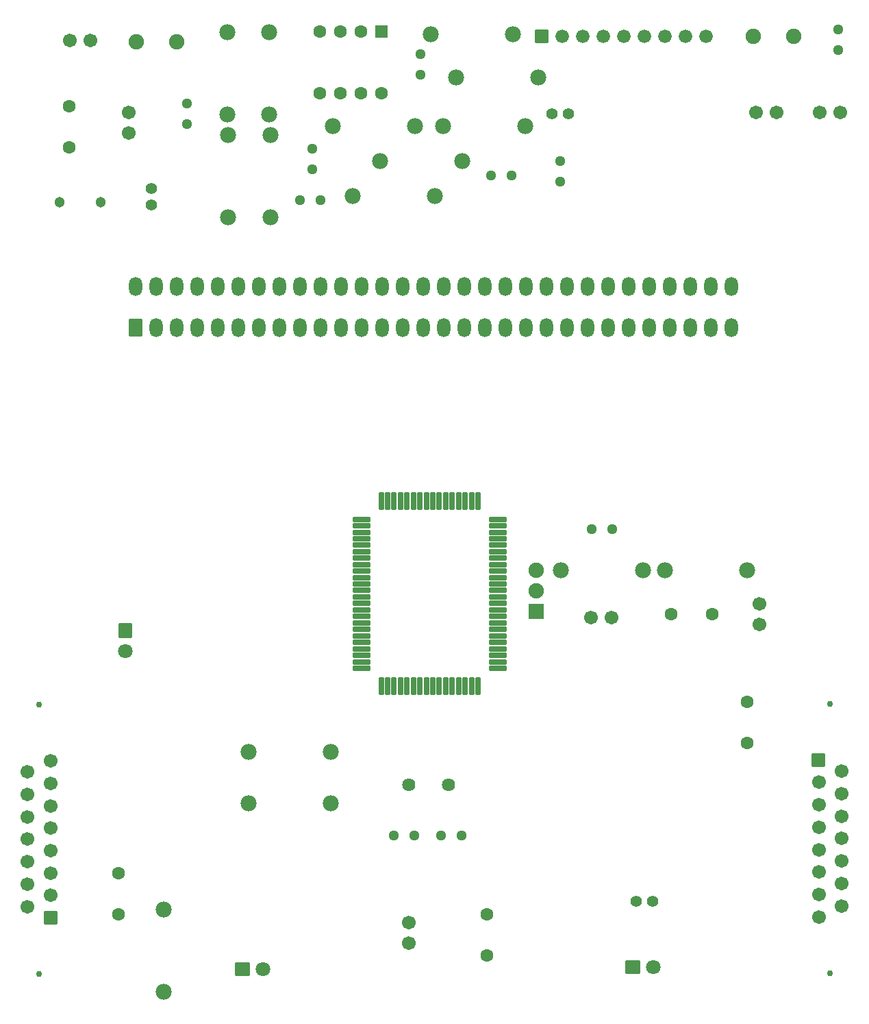
<source format=gbs>
G04 Layer: BottomSolderMaskLayer*
G04 EasyEDA v6.5.22, 2023-03-19 17:04:27*
G04 f7d942f30ce042ed8feb9a49e77c6dc6,a2f4cb7aa3704937908c5b59a0d1150c,10*
G04 Gerber Generator version 0.2*
G04 Scale: 100 percent, Rotated: No, Reflected: No *
G04 Dimensions in millimeters *
G04 leading zeros omitted , absolute positions ,4 integer and 5 decimal *
%FSLAX45Y45*%
%MOMM*%

%AMMACRO1*1,1,$1,$2,$3*1,1,$1,$4,$5*1,1,$1,0-$2,0-$3*1,1,$1,0-$4,0-$5*20,1,$1,$2,$3,$4,$5,0*20,1,$1,$4,$5,0-$2,0-$3,0*20,1,$1,0-$2,0-$3,0-$4,0-$5,0*20,1,$1,0-$4,0-$5,$2,$3,0*4,1,4,$2,$3,$4,$5,0-$2,0-$3,0-$4,0-$5,$2,$3,0*%
%ADD10MACRO1,0.1016X1.035X-0.2858X1.035X0.2858*%
%ADD11MACRO1,0.1016X0.2858X1.035X-0.2858X1.035*%
%ADD12C,1.2954*%
%ADD13C,1.6016*%
%ADD14C,1.7016*%
%ADD15MACRO1,0.1016X-0.85X0.7874X0.85X0.7874*%
%ADD16C,1.8016*%
%ADD17C,1.9812*%
%ADD18C,1.4016*%
%ADD19C,1.3016*%
%ADD20MACRO1,0.1016X-0.7874X0.7874X0.7874X0.7874*%
%ADD21C,1.6764*%
%ADD22C,1.9016*%
%ADD23MACRO1,0.1016X0.7874X0.85X0.7874X-0.85*%
%ADD24O,1.9015964X1.9015964*%
%ADD25MACRO1,0.1016X-0.9X0.9X0.9X0.9*%
%ADD26C,1.6256*%
%ADD27MACRO1,0.1016X0.75X0.75X0.75X-0.75*%
%ADD28MACRO1,0.1016X0.8001X0.8001X0.8001X-0.8001*%
%ADD29C,0.7516*%
%ADD30MACRO1,0.1016X-0.8001X-0.8001X-0.8001X0.8001*%
%ADD31O,1.62306X2.3622*%
%ADD32MACRO1,0.2032X-0.7099X1.016X0.7099X1.016*%
%ADD33C,0.0164*%

%LPD*%
D10*
G01*
X10380979Y9745979D03*
G01*
X10380979Y9667239D03*
G01*
X10380979Y9585960D03*
G01*
X10380979Y9507220D03*
G01*
X10380979Y9425939D03*
G01*
X10380979Y9347200D03*
G01*
X10380979Y9265920D03*
G01*
X10380979Y9187179D03*
G01*
X10380979Y9105900D03*
G01*
X10380979Y9027160D03*
G01*
X10380979Y8945879D03*
G01*
X10380979Y8867139D03*
G01*
X10380979Y8785860D03*
G01*
X10380979Y8707120D03*
G01*
X10380979Y8625839D03*
G01*
X10380979Y8547100D03*
G01*
X10380979Y8465820D03*
G01*
X10380979Y8387079D03*
G01*
X10380979Y8305800D03*
G01*
X10380979Y8227060D03*
G01*
X10380979Y8145779D03*
G01*
X10380979Y8067039D03*
G01*
X10380979Y7985760D03*
G01*
X10380979Y7907020D03*
D11*
G01*
X10137140Y7683500D03*
G01*
X10058400Y7683500D03*
G01*
X9977120Y7683500D03*
G01*
X9898379Y7683500D03*
G01*
X9817100Y7683500D03*
G01*
X9738359Y7683500D03*
G01*
X9657079Y7683500D03*
G01*
X9578340Y7683500D03*
G01*
X9497059Y7683500D03*
G01*
X9418320Y7683500D03*
G01*
X9337040Y7683500D03*
G01*
X9258300Y7683500D03*
G01*
X9177020Y7683500D03*
G01*
X9098279Y7683500D03*
G01*
X9017000Y7683500D03*
G01*
X8938259Y7683500D03*
D10*
G01*
X8694420Y7907020D03*
G01*
X8694420Y7985760D03*
G01*
X8694420Y8067039D03*
G01*
X8694420Y8145779D03*
G01*
X8694420Y8227060D03*
G01*
X8694420Y8305800D03*
G01*
X8694420Y8387079D03*
G01*
X8694420Y8465820D03*
G01*
X8694420Y8547100D03*
G01*
X8694420Y8625839D03*
G01*
X8694420Y8707120D03*
G01*
X8694420Y8785860D03*
G01*
X8694420Y8867139D03*
G01*
X8694420Y8945879D03*
G01*
X8694420Y9027160D03*
G01*
X8694420Y9105900D03*
G01*
X8694420Y9187179D03*
G01*
X8694420Y9265920D03*
G01*
X8694420Y9347200D03*
G01*
X8694420Y9425939D03*
G01*
X8694420Y9507220D03*
G01*
X8694420Y9585960D03*
G01*
X8694420Y9667239D03*
G01*
X8694420Y9745979D03*
D11*
G01*
X8938259Y9969500D03*
G01*
X9017000Y9969500D03*
G01*
X9098279Y9969500D03*
G01*
X9177020Y9969500D03*
G01*
X9258300Y9969500D03*
G01*
X9337040Y9969500D03*
G01*
X9418320Y9969500D03*
G01*
X9497059Y9969500D03*
G01*
X9578340Y9969500D03*
G01*
X9657079Y9969500D03*
G01*
X9738359Y9969500D03*
G01*
X9817100Y9969500D03*
G01*
X9898379Y9969500D03*
G01*
X9977120Y9969500D03*
G01*
X10058400Y9969500D03*
G01*
X10137140Y9969500D03*
D12*
G01*
X10553700Y13995400D03*
G01*
X10299700Y13995400D03*
G01*
X8089900Y14071600D03*
G01*
X8089900Y14325600D03*
G01*
X11150600Y13919200D03*
G01*
X11150600Y14173200D03*
G01*
X7937500Y13690600D03*
G01*
X8191500Y13690600D03*
D13*
G01*
X10248900Y4356100D03*
G01*
X10248900Y4864100D03*
D14*
G01*
X9283700Y4762500D03*
G01*
X9283700Y4508500D03*
D15*
G01*
X7226301Y4191000D03*
D16*
G01*
X7480300Y4191000D03*
D17*
G01*
X6248400Y4927600D03*
G01*
X6248400Y3911600D03*
D14*
G01*
X13614400Y8699500D03*
G01*
X13614400Y8445500D03*
G01*
X14617700Y14770100D03*
G01*
X14363700Y14770100D03*
G01*
X5816600Y14770100D03*
G01*
X5816600Y14516100D03*
G01*
X5346700Y15659100D03*
G01*
X5092700Y15659100D03*
G01*
X13830300Y14770100D03*
G01*
X13576300Y14770100D03*
G01*
X11531600Y8534400D03*
G01*
X11785600Y8534400D03*
D13*
G01*
X12522200Y8572500D03*
G01*
X13030200Y8572500D03*
G01*
X5689600Y5372100D03*
G01*
X5689600Y4864100D03*
G01*
X13462000Y7493000D03*
G01*
X13462000Y6985000D03*
G01*
X5080000Y14338300D03*
G01*
X5080000Y14846300D03*
D18*
G01*
X11050600Y14757400D03*
G01*
X11250599Y14757400D03*
G01*
X12291999Y5029200D03*
G01*
X12092000Y5029200D03*
G01*
X6096000Y13628700D03*
G01*
X6096000Y13828699D03*
D12*
G01*
X9677400Y5842000D03*
G01*
X9931400Y5842000D03*
G01*
X9093200Y5842000D03*
G01*
X9347200Y5842000D03*
G01*
X14592300Y15544800D03*
G01*
X14592300Y15798800D03*
G01*
X6540500Y14630400D03*
G01*
X6540500Y14884400D03*
G01*
X11544300Y9626600D03*
G01*
X11798300Y9626600D03*
G01*
X9423400Y15240000D03*
G01*
X9423400Y15494000D03*
D19*
G01*
X4965700Y13665200D03*
G01*
X5473700Y13665200D03*
D20*
G01*
X10922000Y15709900D03*
D21*
G01*
X11176000Y15709900D03*
G01*
X11430000Y15709900D03*
G01*
X11684000Y15709900D03*
G01*
X11938000Y15709900D03*
G01*
X12192000Y15709900D03*
G01*
X12446000Y15709900D03*
G01*
X12700000Y15709900D03*
G01*
X12954000Y15709900D03*
D22*
G01*
X5909513Y15646400D03*
G01*
X6409512Y15646400D03*
G01*
X13542213Y15709900D03*
G01*
X14042212Y15709900D03*
D23*
G01*
X5778500Y8369298D03*
D16*
G01*
X5778500Y8115300D03*
D15*
G01*
X12052301Y4216400D03*
D16*
G01*
X12306300Y4216400D03*
D24*
G01*
X10858500Y9118600D03*
G01*
X10858500Y8864600D03*
D25*
G01*
X10858500Y8610600D03*
D26*
G01*
X9281007Y6464300D03*
G01*
X9768992Y6464300D03*
D17*
G01*
X12446000Y9118600D03*
G01*
X13462000Y9118600D03*
G01*
X11163300Y9118600D03*
G01*
X12179300Y9118600D03*
G01*
X7302500Y6870700D03*
G01*
X8318500Y6870700D03*
G01*
X7302500Y6235700D03*
G01*
X8318500Y6235700D03*
G01*
X9601200Y13741400D03*
G01*
X8585200Y13741400D03*
G01*
X7556500Y15760700D03*
G01*
X7556500Y14744700D03*
G01*
X9359900Y14605000D03*
G01*
X8343900Y14605000D03*
G01*
X7035800Y15760700D03*
G01*
X7035800Y14744700D03*
G01*
X8928100Y14173200D03*
G01*
X9944100Y14173200D03*
G01*
X10566400Y15735300D03*
G01*
X9550400Y15735300D03*
G01*
X7569200Y13474700D03*
G01*
X7569200Y14490700D03*
G01*
X7048500Y13474700D03*
G01*
X7048500Y14490700D03*
G01*
X10718800Y14605000D03*
G01*
X9702800Y14605000D03*
G01*
X10883900Y15201900D03*
G01*
X9867900Y15201900D03*
D13*
G01*
X8178800Y15011400D03*
G01*
X8432800Y15011400D03*
G01*
X8686800Y15011400D03*
G01*
X8940800Y15011400D03*
G01*
X8178800Y15773400D03*
G01*
X8432800Y15773400D03*
G01*
X8686800Y15773400D03*
D27*
G01*
X8940800Y15773400D03*
D14*
G01*
X4851654Y6760718D03*
G01*
X4851654Y6483857D03*
G01*
X4851654Y6206744D03*
G01*
X4851654Y5929884D03*
G01*
X4851654Y5652770D03*
G01*
X4851654Y5375910D03*
G01*
X4851654Y5098795D03*
D28*
G01*
X4855184Y4823510D03*
D14*
G01*
X4567427Y6623812D03*
G01*
X4567427Y6346952D03*
G01*
X4567427Y6069837D03*
G01*
X4567427Y5792978D03*
G01*
X4567427Y5515863D03*
G01*
X4567427Y5239004D03*
G01*
X4567427Y4961889D03*
D29*
G01*
X4712461Y4127500D03*
G01*
X4712970Y7457439D03*
D14*
G01*
X14350745Y4834381D03*
G01*
X14350745Y5111242D03*
G01*
X14350745Y5388355D03*
G01*
X14350745Y5665215D03*
G01*
X14350745Y5942329D03*
G01*
X14350745Y6219189D03*
G01*
X14350745Y6496304D03*
D30*
G01*
X14347215Y6771589D03*
D14*
G01*
X14634972Y4971287D03*
G01*
X14634972Y5248147D03*
G01*
X14634972Y5525262D03*
G01*
X14634972Y5802121D03*
G01*
X14634972Y6079236D03*
G01*
X14634972Y6356095D03*
G01*
X14634972Y6633210D03*
D29*
G01*
X14489938Y7467600D03*
G01*
X14489429Y4137660D03*
D31*
G01*
X6413500Y12623800D03*
G01*
X6413500Y12115800D03*
G01*
X6159500Y12623800D03*
G01*
X6667500Y12623800D03*
G01*
X6921500Y12623800D03*
G01*
X5905500Y12623800D03*
D32*
G01*
X5905500Y12115800D03*
D31*
G01*
X6159500Y12115800D03*
G01*
X6667500Y12115800D03*
G01*
X6921500Y12115800D03*
G01*
X7175500Y12623800D03*
G01*
X7175500Y12115800D03*
G01*
X7937500Y12623800D03*
G01*
X7937500Y12115800D03*
G01*
X7683500Y12623800D03*
G01*
X8191500Y12623800D03*
G01*
X8445500Y12623800D03*
G01*
X7429500Y12623800D03*
G01*
X7429500Y12115800D03*
G01*
X7683500Y12115800D03*
G01*
X8191500Y12115800D03*
G01*
X8445500Y12115800D03*
G01*
X8699500Y12623800D03*
G01*
X8699500Y12115800D03*
G01*
X9461500Y12623800D03*
G01*
X9461500Y12115800D03*
G01*
X9207500Y12623800D03*
G01*
X9715500Y12623800D03*
G01*
X9969500Y12623800D03*
G01*
X8953500Y12623800D03*
G01*
X8953500Y12115800D03*
G01*
X9207500Y12115800D03*
G01*
X9715500Y12115800D03*
G01*
X9969500Y12115800D03*
G01*
X10223500Y12623800D03*
G01*
X10223500Y12115800D03*
G01*
X10985500Y12623800D03*
G01*
X10985500Y12115800D03*
G01*
X10731500Y12623800D03*
G01*
X11239500Y12623800D03*
G01*
X11493500Y12623800D03*
G01*
X10477500Y12623800D03*
G01*
X10477500Y12115800D03*
G01*
X10731500Y12115800D03*
G01*
X11239500Y12115800D03*
G01*
X11493500Y12115800D03*
G01*
X11747500Y12623800D03*
G01*
X11747500Y12115800D03*
G01*
X12509500Y12623800D03*
G01*
X12509500Y12115800D03*
G01*
X12255500Y12623800D03*
G01*
X12763500Y12623800D03*
G01*
X13017500Y12623800D03*
G01*
X12001500Y12623800D03*
G01*
X12001500Y12115800D03*
G01*
X12255500Y12115800D03*
G01*
X12763500Y12115800D03*
G01*
X13017500Y12115800D03*
G01*
X13271500Y12623800D03*
G01*
X13271500Y12115800D03*
D32*
G01*
X5905500Y12115800D03*
D31*
G01*
X5905500Y12623800D03*
M02*

</source>
